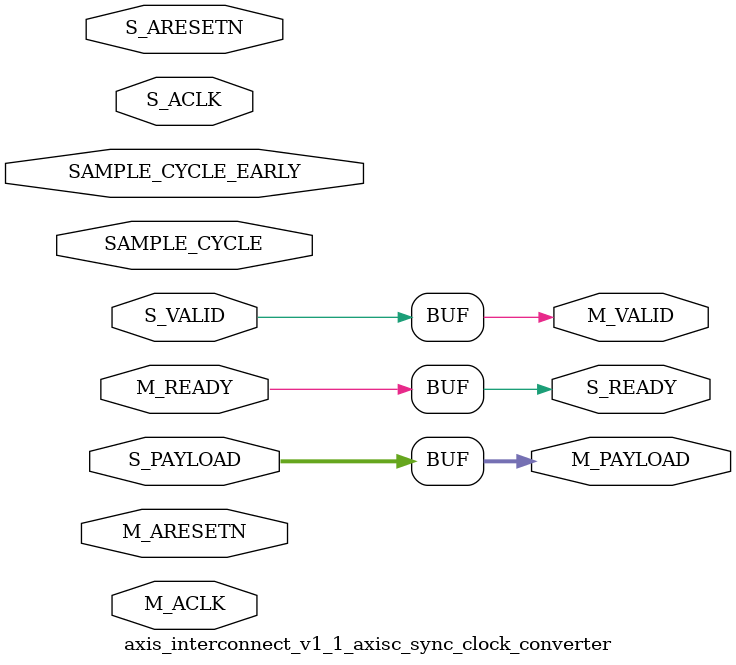
<source format=v>

`timescale 1ps/1ps
`default_nettype none

module axis_interconnect_v1_1_axisc_sync_clock_converter # (
///////////////////////////////////////////////////////////////////////////////
// Parameter Definitions
///////////////////////////////////////////////////////////////////////////////
  parameter C_FAMILY     = "virtex6",
  parameter integer C_PAYLOAD_WIDTH = 32,
  parameter integer C_S_ACLK_RATIO = 1,
  parameter integer C_M_ACLK_RATIO = 1,
  parameter integer C_MODE = 1  // 0 = light-weight (1-deep); 1 = fully-pipelined (2-deep)
  )
 (
///////////////////////////////////////////////////////////////////////////////
// Port Declarations
///////////////////////////////////////////////////////////////////////////////
  input wire                         SAMPLE_CYCLE_EARLY,
  input wire                         SAMPLE_CYCLE,
  // Slave side
  input  wire                        S_ACLK,
  input  wire                        S_ARESETN,
  input  wire [C_PAYLOAD_WIDTH-1:0]  S_PAYLOAD,
  input  wire                        S_VALID,
  output wire                        S_READY,

  // Master side
  input  wire                        M_ACLK,
  input  wire                        M_ARESETN,
  output wire [C_PAYLOAD_WIDTH-1:0]  M_PAYLOAD,
  output wire                        M_VALID,
  input  wire                        M_READY
);

////////////////////////////////////////////////////////////////////////////////
// Functions
////////////////////////////////////////////////////////////////////////////////

////////////////////////////////////////////////////////////////////////////////
// Local parameters
////////////////////////////////////////////////////////////////////////////////
localparam [1:0] ZERO = 2'b10;
localparam [1:0] ONE  = 2'b11;
localparam [1:0] FULL = 2'b01;
localparam [1:0] INIT = 2'b00;
localparam integer P_LIGHT_WT = 0;
localparam integer P_FULLY_REG = 1;

////////////////////////////////////////////////////////////////////////////////
// Wires/Reg declarations
////////////////////////////////////////////////////////////////////////////////

////////////////////////////////////////////////////////////////////////////////
// BEGIN RTL
////////////////////////////////////////////////////////////////////////////////

generate
  if (C_S_ACLK_RATIO == C_M_ACLK_RATIO) begin : gen_passthru
    assign M_PAYLOAD = S_PAYLOAD;
    assign M_VALID   = S_VALID;
    assign S_READY   = M_READY;      
  end else begin : gen_sync_clock_converter
    wire s_sample_cycle;
    wire s_sample_cycle_early;
    wire m_sample_cycle;
    wire m_sample_cycle_early;

    wire slow_aclk;
    wire slow_areset;
    reg  s_areset_r;
    reg  m_areset_r;
   
    reg  s_ready_r; 
    wire s_ready_ns; 
    reg  m_valid_r; 
    wire m_valid_ns; 
    reg  [C_PAYLOAD_WIDTH-1:0] m_payload_r;
    reg  [C_PAYLOAD_WIDTH-1:0] m_storage_r;
    wire [C_PAYLOAD_WIDTH-1:0] m_payload_ns; 
    wire [C_PAYLOAD_WIDTH-1:0] m_storage_ns; 
    reg  m_ready_hold;
    wire m_ready_sample;
    wire load_payload;
    wire load_storage;
    wire load_payload_from_storage;
    reg [1:0] state;
    reg [1:0] next_state;
    
    always @(posedge S_ACLK) begin
      s_areset_r <= ~(S_ARESETN & M_ARESETN);
    end
  
    always @(posedge M_ACLK) begin
      m_areset_r <= ~(S_ARESETN & M_ARESETN);
    end

    assign slow_aclk   = (C_S_ACLK_RATIO > C_M_ACLK_RATIO) ? M_ACLK   : S_ACLK;
    assign slow_areset = (C_S_ACLK_RATIO > C_M_ACLK_RATIO) ? m_areset_r : s_areset_r;
    assign s_sample_cycle_early = (C_S_ACLK_RATIO > C_M_ACLK_RATIO) ? SAMPLE_CYCLE_EARLY : 1'b1;
    assign s_sample_cycle       = (C_S_ACLK_RATIO > C_M_ACLK_RATIO) ? SAMPLE_CYCLE : 1'b1;
    assign m_sample_cycle_early = (C_S_ACLK_RATIO > C_M_ACLK_RATIO) ? 1'b1 : SAMPLE_CYCLE_EARLY;
    assign m_sample_cycle       = (C_S_ACLK_RATIO > C_M_ACLK_RATIO) ? 1'b1 : SAMPLE_CYCLE;

    // Output flop for S_READY, value is encoded into state machine.
    assign s_ready_ns = (C_S_ACLK_RATIO > C_M_ACLK_RATIO) ? state[1] & (state != INIT) : next_state[1];

    always @(posedge S_ACLK) begin 
      if (s_areset_r) begin
        s_ready_r <= 1'b0;
      end
      else begin
        s_ready_r <= s_sample_cycle_early ? s_ready_ns : 1'b0;
      end
    end

    assign S_READY = s_ready_r;

    // Output flop for M_VALID
    assign m_valid_ns = next_state[0];

    always @(posedge M_ACLK) begin 
      if (m_areset_r) begin
        m_valid_r <= 1'b0;
      end
      else begin
        m_valid_r <= m_sample_cycle ? m_valid_ns : m_valid_r & ~M_READY;
      end
    end

    assign M_VALID = m_valid_r;

    // Hold register for M_READY when M_ACLK is fast.
    always @(posedge M_ACLK) begin 
      if (m_areset_r) begin
        m_ready_hold <= 1'b0;
      end
      else begin
        m_ready_hold <= m_sample_cycle ? 1'b0 : m_ready_sample;
      end
    end

    assign m_ready_sample = (M_READY ) | m_ready_hold;
    // Output/storage flops for PAYLOAD
    assign m_payload_ns = ~load_payload ? m_payload_r :
                           load_payload_from_storage ? m_storage_r : 
                           S_PAYLOAD;

    assign m_storage_ns = (C_MODE == P_FULLY_REG) ? (load_storage ? S_PAYLOAD : m_storage_r) : {C_PAYLOAD_WIDTH{1'b0}};

    always @(posedge slow_aclk) begin 
      m_payload_r <= m_payload_ns;
      m_storage_r <= (C_MODE == P_FULLY_REG) ? m_storage_ns : 0;
    end

    assign M_PAYLOAD = m_payload_r;

    // load logic
    assign load_storage = (C_MODE == P_FULLY_REG) && (state != FULL);
    assign load_payload = m_ready_sample || (state == ZERO);
    assign load_payload_from_storage = (C_MODE == P_FULLY_REG) && (state == FULL) && m_ready_sample;
    
    // State machine
    always @(posedge slow_aclk) begin 
      state <= next_state;
    end

    always @* begin 
      if (slow_areset) begin 
        next_state = INIT;
      end else begin
        case (state)
          INIT: begin
            next_state = ZERO;
          end
          // No transaction stored locally
          ZERO: begin
            if (S_VALID) begin
              next_state = (C_MODE == P_FULLY_REG) ? ONE : FULL; // Push from empty
            end
            else begin
              next_state = ZERO;
            end
          end

          // One transaction stored locally
          ONE: begin
            if (m_ready_sample & ~S_VALID) begin 
              next_state = ZERO; // Read out one so move to ZERO
            end
            else if (~m_ready_sample & S_VALID) begin
              next_state = FULL;  // Got another one so move to FULL
            end
            else begin
              next_state = ONE;
            end
          end

          // Storage registers full
          FULL: begin 
            if (m_ready_sample) begin
              next_state = (C_MODE == P_FULLY_REG) ? ONE : ZERO; // Pop from full
            end
            else begin
              next_state = FULL;
            end
          end
        endcase // case (state)
      end
    end
  end // gen_sync_clock_converter
  endgenerate
endmodule // axisc_sync_clock_converter

`default_nettype wire

</source>
